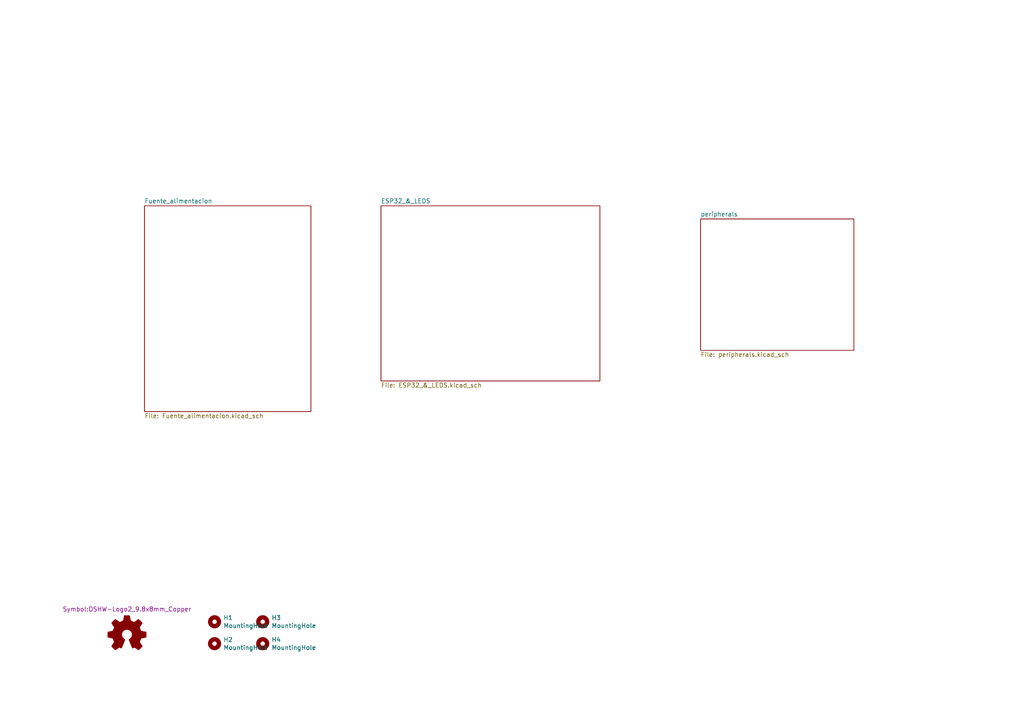
<source format=kicad_sch>
(kicad_sch (version 20210406) (generator eeschema)
  (paper "A4")
  (lib_symbols
    (symbol "Graphic:Logo_Open_Hardware_Small" (pin_names (offset 1.016))
      (symbol "Logo_Open_Hardware_Small_0_1"
        (polyline (pts (xy 3.3528 -4.3434) (xy 3.302 -4.318) (xy 3.175 -4.2418) (xy 2.9972 -4.1148) (xy 2.7686 -3.9624) (xy 2.54 -3.81) (xy 2.3622 -3.7084) (xy 2.2352 -3.6068) (xy 2.1844 -3.5814) (xy 2.159 -3.6068) (xy 2.0574 -3.6576) (xy 1.905 -3.7338) (xy 1.8034 -3.7846) (xy 1.6764 -3.8354) (xy 1.6002 -3.8354) (xy 1.6002 -3.8354) (xy 1.5494 -3.7338) (xy 1.4732 -3.5306) (xy 1.3462 -3.302) (xy 1.2446 -3.0226) (xy 1.1176 -2.7178) (xy 0.9652 -2.413) (xy 0.8636 -2.1082) (xy 0.7366 -1.8288) (xy 0.6604 -1.6256) (xy 0.6096 -1.4732) (xy 0.5842 -1.397) (xy 0.5842 -1.397) (xy 0.6604 -1.3208) (xy 0.7874 -1.2446) (xy 1.0414 -1.016) (xy 1.2954 -0.6858) (xy 1.4478 -0.3302) (xy 1.524 0.0762) (xy 1.4732 0.4572) (xy 1.3208 0.8128) (xy 1.0668 1.143) (xy 0.762 1.3716) (xy 0.4064 1.524) (xy 0 1.5748) (xy -0.381 1.5494) (xy -0.7366 1.397) (xy -1.0668 1.143) (xy -1.2192 0.9906) (xy -1.397 0.6604) (xy -1.524 0.3048) (xy -1.524 0.2286) (xy -1.4986 -0.1778) (xy -1.397 -0.5334) (xy -1.1938 -0.8636) (xy -0.9144 -1.143) (xy -0.8636 -1.1684) (xy -0.7366 -1.27) (xy -0.635 -1.3462) (xy -0.5842 -1.397) (xy -1.0668 -2.5908) (xy -1.143 -2.794) (xy -1.2954 -3.1242) (xy -1.397 -3.4036) (xy -1.4986 -3.6322) (xy -1.5748 -3.7846) (xy -1.6002 -3.8354) (xy -1.6002 -3.8354) (xy -1.651 -3.8354) (xy -1.7272 -3.81) (xy -1.905 -3.7338) (xy -2.0066 -3.683) (xy -2.1336 -3.6068) (xy -2.2098 -3.5814) (xy -2.2606 -3.6068) (xy -2.3622 -3.683) (xy -2.54 -3.81) (xy -2.7686 -3.9624) (xy -2.9718 -4.0894) (xy -3.1496 -4.2164) (xy -3.302 -4.318) (xy -3.3528 -4.3434) (xy -3.3782 -4.3434) (xy -3.429 -4.318) (xy -3.5306 -4.2164) (xy -3.7084 -4.064) (xy -3.937 -3.8354) (xy -3.9624 -3.81) (xy -4.1656 -3.6068) (xy -4.318 -3.4544) (xy -4.4196 -3.3274) (xy -4.445 -3.2766) (xy -4.445 -3.2766) (xy -4.4196 -3.2258) (xy -4.318 -3.0734) (xy -4.2164 -2.8956) (xy -4.064 -2.667) (xy -3.6576 -2.0828) (xy -3.8862 -1.5494) (xy -3.937 -1.3716) (xy -4.0386 -1.1684) (xy -4.0894 -1.0414) (xy -4.1148 -0.9652) (xy -4.191 -0.9398) (xy -4.318 -0.9144) (xy -4.5466 -0.8636) (xy -4.8006 -0.8128) (xy -5.0546 -0.7874) (xy -5.2578 -0.7366) (xy -5.4356 -0.7112) (xy -5.5118 -0.6858) (xy -5.5118 -0.6858) (xy -5.5372 -0.635) (xy -5.5372 -0.5588) (xy -5.5372 -0.4318) (xy -5.5626 -0.2286) (xy -5.5626 0.0762) (xy -5.5626 0.127) (xy -5.5372 0.4064) (xy -5.5372 0.635) (xy -5.5372 0.762) (xy -5.5372 0.8382) (xy -5.5372 0.8382) (xy -5.461 0.8382) (xy -5.3086 0.889) (xy -5.08 0.9144) (xy -4.826 0.9652) (xy -4.8006 0.9906) (xy -4.5466 1.0414) (xy -4.318 1.0668) (xy -4.1656 1.1176) (xy -4.0894 1.143) (xy -4.0894 1.143) (xy -4.0386 1.2446) (xy -3.9624 1.4224) (xy -3.8608 1.6256) (xy -3.7846 1.8288) (xy -3.7084 2.0066) (xy -3.6576 2.159) (xy -3.6322 2.2098) (xy -3.6322 2.2098) (xy -3.683 2.286) (xy -3.7592 2.413) (xy -3.8862 2.5908) (xy -4.064 2.8194) (xy -4.064 2.8448) (xy -4.2164 3.0734) (xy -4.3434 3.2512) (xy -4.4196 3.3782) (xy -4.445 3.4544) (xy -4.445 3.4544) (xy -4.3942 3.5052) (xy -4.2926 3.6322) (xy -4.1148 3.81) (xy -3.937 4.0132) (xy -3.8608 4.064) (xy -3.6576 4.2926) (xy -3.5052 4.4196) (xy -3.4036 4.4958) (xy -3.3528 4.5212) (xy -3.3528 4.5212) (xy -3.302 4.4704) (xy -3.1496 4.3688) (xy -2.9718 4.2418) (xy -2.7432 4.0894) (xy -2.7178 4.0894) (xy -2.4892 3.937) (xy -2.3114 3.81) (xy -2.1844 3.7084) (xy -2.1336 3.683) (xy -2.1082 3.683) (xy -2.032 3.7084) (xy -1.8542 3.7592) (xy -1.6764 3.8354) (xy -1.4732 3.937) (xy -1.27 4.0132) (xy -1.143 4.064) (xy -1.0668 4.1148) (xy -1.0668 4.1148) (xy -1.0414 4.191) (xy -1.016 4.3434) (xy -0.9652 4.572) (xy -0.9144 4.8514) (xy -0.889 4.9022) (xy -0.8382 5.1562) (xy -0.8128 5.3848) (xy -0.7874 5.5372) (xy -0.762 5.588) (xy -0.7112 5.6134) (xy -0.5842 5.6134) (xy -0.4064 5.6134) (xy -0.1524 5.6134) (xy 0.0762 5.6134) (xy 0.3302 5.6134) (xy 0.5334 5.6134) (xy 0.6858 5.588) (xy 0.7366 5.588) (xy 0.7366 5.588) (xy 0.762 5.5118) (xy 0.8128 5.334) (xy 0.8382 5.1054) (xy 0.9144 4.826) (xy 0.9144 4.7752) (xy 0.9652 4.5212) (xy 1.016 4.2926) (xy 1.0414 4.1402) (xy 1.0668 4.0894) (xy 1.0668 4.0894) (xy 1.1938 4.0386) (xy 1.3716 3.9624) (xy 1.5748 3.8608) (xy 2.0828 3.6576) (xy 2.7178 4.0894) (xy 2.7686 4.1402) (xy 2.9972 4.2926) (xy 3.175 4.4196) (xy 3.302 4.4958) (xy 3.3782 4.5212) (xy 3.3782 4.5212) (xy 3.429 4.4704) (xy 3.556 4.3434) (xy 3.7338 4.191) (xy 3.9116 3.9878) (xy 4.064 3.8354) (xy 4.2418 3.6576) (xy 4.3434 3.556) (xy 4.4196 3.4798) (xy 4.4196 3.429) (xy 4.4196 3.4036) (xy 4.3942 3.3274) (xy 4.2926 3.2004) (xy 4.1656 2.9972) (xy 4.0132 2.794) (xy 3.8862 2.5908) (xy 3.7592 2.3876) (xy 3.6576 2.2352) (xy 3.6322 2.159) (xy 3.6322 2.1336) (xy 3.683 2.0066) (xy 3.7592 1.8288) (xy 3.8608 1.6002) (xy 4.064 1.1176) (xy 4.3942 1.0414) (xy 4.5974 1.016) (xy 4.8768 0.9652) (xy 5.1308 0.9144) (xy 5.5372 0.8382) (xy 5.5626 -0.6604) (xy 5.4864 -0.6858) (xy 5.4356 -0.6858) (xy 5.2832 -0.7366) (xy 5.0546 -0.762) (xy 4.8006 -0.8128) (xy 4.5974 -0.8636) (xy 4.3688 -0.9144) (xy 4.2164 -0.9398) (xy 4.1402 -0.9398) (xy 4.1148 -0.9652) (xy 4.064 -1.0668) (xy 3.9878 -1.2446) (xy 3.9116 -1.4478) (xy 3.81 -1.651) (xy 3.7338 -1.8542) (xy 3.683 -2.0066) (xy 3.6576 -2.0828) (xy 3.683 -2.1336) (xy 3.7846 -2.2606) (xy 3.8862 -2.4638) (xy 4.0386 -2.667) (xy 4.191 -2.8956) (xy 4.318 -3.0734) (xy 4.3942 -3.2004) (xy 4.445 -3.2766) (xy 4.4196 -3.3274) (xy 4.3434 -3.429) (xy 4.1656 -3.5814) (xy 3.937 -3.8354) (xy 3.8862 -3.8608) (xy 3.683 -4.064) (xy 3.5306 -4.2164) (xy 3.4036 -4.318) (xy 3.3528 -4.3434)) (fill (type outline)))
      )
    )
    (symbol "Mechanical:MountingHole" (pin_names (offset 1.016))
      (property "Reference" "H" (at 0 5.08 0))
      (property "Value" "MountingHole" (at 0 3.175 0))
      (symbol "MountingHole_0_1"
        (circle (center 0 0) (radius 1.27) (stroke (width 1.27)))
      )
    )
  )
  (symbol (lib_id "Mechanical:MountingHole") (at 62.23 180.34 0) (unit 1)
    (property "Reference" "H1" (at 64.77 179.1716 0) (effects (justify left)))
    (property "Value" "MountingHole" (at 64.77 181.483 0) (effects (justify left)))
    (property "Footprint" "MountingHole:MountingHole_3.2mm_M3_ISO7380" (effects hide))
    (property "MPN" "SJ-5003 (BLACK)" (effects hide))
  )
  (symbol (lib_id "Mechanical:MountingHole") (at 62.23 186.69 0) (unit 1)
    (property "Reference" "H2" (at 64.77 185.5216 0) (effects (justify left)))
    (property "Value" "MountingHole" (at 64.77 187.833 0) (effects (justify left)))
    (property "Footprint" "MountingHole:MountingHole_3.2mm_M3_ISO7380" (effects hide))
    (property "MPN" "SJ-5003 (BLACK)" (effects hide))
  )
  (symbol (lib_id "Mechanical:MountingHole") (at 76.2 180.34 0) (unit 1)
    (property "Reference" "H3" (at 78.74 179.1716 0) (effects (justify left)))
    (property "Value" "MountingHole" (at 78.74 181.483 0) (effects (justify left)))
    (property "Footprint" "MountingHole:MountingHole_3.2mm_M3_ISO7380" (effects hide))
    (property "MPN" "SJ-5003 (BLACK)" (effects hide))
  )
  (symbol (lib_id "Mechanical:MountingHole") (at 76.2 186.69 0) (unit 1)
    (property "Reference" "H4" (at 78.74 185.5216 0) (effects (justify left)))
    (property "Value" "MountingHole" (at 78.74 187.833 0) (effects (justify left)))
    (property "Footprint" "MountingHole:MountingHole_3.2mm_M3_ISO7380" (effects hide))
    (property "MPN" "SJ-5003 (BLACK)" (effects hide))
  )
  (symbol (lib_id "Graphic:Logo_Open_Hardware_Small") (at 36.83 184.15 0) (unit 1)
    (property "Reference" "#LOGO1" (effects hide))
    (property "Value" "Logo_Open_Hardware_Small" (effects hide))
    (property "Footprint" "Symbol:OSHW-Logo2_9.8x8mm_Copper" (at 36.83 176.6824 0))
  )
  (sheet (at 110.49 59.69) (size 63.5 50.8)
    (property "Sheet name" "ESP32_&_LEDS" (at 110.49 59.0545 0) (effects (justify left bottom)))
    (property "Sheet file" "ESP32_&_LEDS.kicad_sch" (at 110.49 110.9985 0) (effects (justify left top)))
  )
  (sheet (at 41.91 59.69) (size 48.26 59.69)
    (property "Sheet name" "Fuente_alimentacion" (at 41.91 59.0545 0) (effects (justify left bottom)))
    (property "Sheet file" "Fuente_alimentacion.kicad_sch" (at 41.91 119.8885 0) (effects (justify left top)))
  )
  (sheet (at 203.2 63.5) (size 44.45 38.1)
    (property "Sheet name" "peripherals" (at 203.2 62.8645 0) (effects (justify left bottom)))
    (property "Sheet file" "peripherals.kicad_sch" (at 203.2 102.1085 0) (effects (justify left top)))
  )
)
</source>
